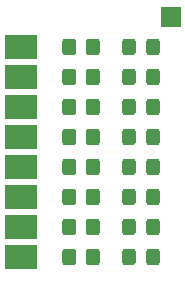
<source format=gbr>
%TF.GenerationSoftware,KiCad,Pcbnew,(5.1.8)-1*%
%TF.CreationDate,2023-01-12T00:20:28+03:00*%
%TF.ProjectId,LED8,4c454438-2e6b-4696-9361-645f70636258,rev?*%
%TF.SameCoordinates,Original*%
%TF.FileFunction,Soldermask,Top*%
%TF.FilePolarity,Negative*%
%FSLAX46Y46*%
G04 Gerber Fmt 4.6, Leading zero omitted, Abs format (unit mm)*
G04 Created by KiCad (PCBNEW (5.1.8)-1) date 2023-01-12 00:20:28*
%MOMM*%
%LPD*%
G01*
G04 APERTURE LIST*
%ADD10R,2.800000X2.100000*%
%ADD11R,1.700000X1.700000*%
G04 APERTURE END LIST*
%TO.C,D1*%
G36*
G01*
X75750000Y-24949999D02*
X75750000Y-25850001D01*
G75*
G02*
X75500001Y-26100000I-249999J0D01*
G01*
X74849999Y-26100000D01*
G75*
G02*
X74600000Y-25850001I0J249999D01*
G01*
X74600000Y-24949999D01*
G75*
G02*
X74849999Y-24700000I249999J0D01*
G01*
X75500001Y-24700000D01*
G75*
G02*
X75750000Y-24949999I0J-249999D01*
G01*
G37*
G36*
G01*
X77800000Y-24949999D02*
X77800000Y-25850001D01*
G75*
G02*
X77550001Y-26100000I-249999J0D01*
G01*
X76899999Y-26100000D01*
G75*
G02*
X76650000Y-25850001I0J249999D01*
G01*
X76650000Y-24949999D01*
G75*
G02*
X76899999Y-24700000I249999J0D01*
G01*
X77550001Y-24700000D01*
G75*
G02*
X77800000Y-24949999I0J-249999D01*
G01*
G37*
%TD*%
%TO.C,D2*%
G36*
G01*
X77800000Y-27489999D02*
X77800000Y-28390001D01*
G75*
G02*
X77550001Y-28640000I-249999J0D01*
G01*
X76899999Y-28640000D01*
G75*
G02*
X76650000Y-28390001I0J249999D01*
G01*
X76650000Y-27489999D01*
G75*
G02*
X76899999Y-27240000I249999J0D01*
G01*
X77550001Y-27240000D01*
G75*
G02*
X77800000Y-27489999I0J-249999D01*
G01*
G37*
G36*
G01*
X75750000Y-27489999D02*
X75750000Y-28390001D01*
G75*
G02*
X75500001Y-28640000I-249999J0D01*
G01*
X74849999Y-28640000D01*
G75*
G02*
X74600000Y-28390001I0J249999D01*
G01*
X74600000Y-27489999D01*
G75*
G02*
X74849999Y-27240000I249999J0D01*
G01*
X75500001Y-27240000D01*
G75*
G02*
X75750000Y-27489999I0J-249999D01*
G01*
G37*
%TD*%
%TO.C,D3*%
G36*
G01*
X75750000Y-30029999D02*
X75750000Y-30930001D01*
G75*
G02*
X75500001Y-31180000I-249999J0D01*
G01*
X74849999Y-31180000D01*
G75*
G02*
X74600000Y-30930001I0J249999D01*
G01*
X74600000Y-30029999D01*
G75*
G02*
X74849999Y-29780000I249999J0D01*
G01*
X75500001Y-29780000D01*
G75*
G02*
X75750000Y-30029999I0J-249999D01*
G01*
G37*
G36*
G01*
X77800000Y-30029999D02*
X77800000Y-30930001D01*
G75*
G02*
X77550001Y-31180000I-249999J0D01*
G01*
X76899999Y-31180000D01*
G75*
G02*
X76650000Y-30930001I0J249999D01*
G01*
X76650000Y-30029999D01*
G75*
G02*
X76899999Y-29780000I249999J0D01*
G01*
X77550001Y-29780000D01*
G75*
G02*
X77800000Y-30029999I0J-249999D01*
G01*
G37*
%TD*%
%TO.C,D4*%
G36*
G01*
X77800000Y-32569999D02*
X77800000Y-33470001D01*
G75*
G02*
X77550001Y-33720000I-249999J0D01*
G01*
X76899999Y-33720000D01*
G75*
G02*
X76650000Y-33470001I0J249999D01*
G01*
X76650000Y-32569999D01*
G75*
G02*
X76899999Y-32320000I249999J0D01*
G01*
X77550001Y-32320000D01*
G75*
G02*
X77800000Y-32569999I0J-249999D01*
G01*
G37*
G36*
G01*
X75750000Y-32569999D02*
X75750000Y-33470001D01*
G75*
G02*
X75500001Y-33720000I-249999J0D01*
G01*
X74849999Y-33720000D01*
G75*
G02*
X74600000Y-33470001I0J249999D01*
G01*
X74600000Y-32569999D01*
G75*
G02*
X74849999Y-32320000I249999J0D01*
G01*
X75500001Y-32320000D01*
G75*
G02*
X75750000Y-32569999I0J-249999D01*
G01*
G37*
%TD*%
%TO.C,D5*%
G36*
G01*
X77800000Y-35109999D02*
X77800000Y-36010001D01*
G75*
G02*
X77550001Y-36260000I-249999J0D01*
G01*
X76899999Y-36260000D01*
G75*
G02*
X76650000Y-36010001I0J249999D01*
G01*
X76650000Y-35109999D01*
G75*
G02*
X76899999Y-34860000I249999J0D01*
G01*
X77550001Y-34860000D01*
G75*
G02*
X77800000Y-35109999I0J-249999D01*
G01*
G37*
G36*
G01*
X75750000Y-35109999D02*
X75750000Y-36010001D01*
G75*
G02*
X75500001Y-36260000I-249999J0D01*
G01*
X74849999Y-36260000D01*
G75*
G02*
X74600000Y-36010001I0J249999D01*
G01*
X74600000Y-35109999D01*
G75*
G02*
X74849999Y-34860000I249999J0D01*
G01*
X75500001Y-34860000D01*
G75*
G02*
X75750000Y-35109999I0J-249999D01*
G01*
G37*
%TD*%
%TO.C,D6*%
G36*
G01*
X75750000Y-37649999D02*
X75750000Y-38550001D01*
G75*
G02*
X75500001Y-38800000I-249999J0D01*
G01*
X74849999Y-38800000D01*
G75*
G02*
X74600000Y-38550001I0J249999D01*
G01*
X74600000Y-37649999D01*
G75*
G02*
X74849999Y-37400000I249999J0D01*
G01*
X75500001Y-37400000D01*
G75*
G02*
X75750000Y-37649999I0J-249999D01*
G01*
G37*
G36*
G01*
X77800000Y-37649999D02*
X77800000Y-38550001D01*
G75*
G02*
X77550001Y-38800000I-249999J0D01*
G01*
X76899999Y-38800000D01*
G75*
G02*
X76650000Y-38550001I0J249999D01*
G01*
X76650000Y-37649999D01*
G75*
G02*
X76899999Y-37400000I249999J0D01*
G01*
X77550001Y-37400000D01*
G75*
G02*
X77800000Y-37649999I0J-249999D01*
G01*
G37*
%TD*%
%TO.C,D7*%
G36*
G01*
X77800000Y-40189999D02*
X77800000Y-41090001D01*
G75*
G02*
X77550001Y-41340000I-249999J0D01*
G01*
X76899999Y-41340000D01*
G75*
G02*
X76650000Y-41090001I0J249999D01*
G01*
X76650000Y-40189999D01*
G75*
G02*
X76899999Y-39940000I249999J0D01*
G01*
X77550001Y-39940000D01*
G75*
G02*
X77800000Y-40189999I0J-249999D01*
G01*
G37*
G36*
G01*
X75750000Y-40189999D02*
X75750000Y-41090001D01*
G75*
G02*
X75500001Y-41340000I-249999J0D01*
G01*
X74849999Y-41340000D01*
G75*
G02*
X74600000Y-41090001I0J249999D01*
G01*
X74600000Y-40189999D01*
G75*
G02*
X74849999Y-39940000I249999J0D01*
G01*
X75500001Y-39940000D01*
G75*
G02*
X75750000Y-40189999I0J-249999D01*
G01*
G37*
%TD*%
%TO.C,D8*%
G36*
G01*
X75750000Y-42729999D02*
X75750000Y-43630001D01*
G75*
G02*
X75500001Y-43880000I-249999J0D01*
G01*
X74849999Y-43880000D01*
G75*
G02*
X74600000Y-43630001I0J249999D01*
G01*
X74600000Y-42729999D01*
G75*
G02*
X74849999Y-42480000I249999J0D01*
G01*
X75500001Y-42480000D01*
G75*
G02*
X75750000Y-42729999I0J-249999D01*
G01*
G37*
G36*
G01*
X77800000Y-42729999D02*
X77800000Y-43630001D01*
G75*
G02*
X77550001Y-43880000I-249999J0D01*
G01*
X76899999Y-43880000D01*
G75*
G02*
X76650000Y-43630001I0J249999D01*
G01*
X76650000Y-42729999D01*
G75*
G02*
X76899999Y-42480000I249999J0D01*
G01*
X77550001Y-42480000D01*
G75*
G02*
X77800000Y-42729999I0J-249999D01*
G01*
G37*
%TD*%
D10*
%TO.C,D*%
X66040000Y-25400000D03*
X66040000Y-27940000D03*
X66040000Y-30480000D03*
X66040000Y-33020000D03*
X66040000Y-35560000D03*
X66040000Y-38100000D03*
X66040000Y-40640000D03*
X66040000Y-43180000D03*
%TD*%
D11*
%TO.C,Gnd*%
X78740000Y-22860000D03*
%TD*%
%TO.C,R1*%
G36*
G01*
X70720000Y-24949999D02*
X70720000Y-25850001D01*
G75*
G02*
X70470001Y-26100000I-249999J0D01*
G01*
X69769999Y-26100000D01*
G75*
G02*
X69520000Y-25850001I0J249999D01*
G01*
X69520000Y-24949999D01*
G75*
G02*
X69769999Y-24700000I249999J0D01*
G01*
X70470001Y-24700000D01*
G75*
G02*
X70720000Y-24949999I0J-249999D01*
G01*
G37*
G36*
G01*
X72720000Y-24949999D02*
X72720000Y-25850001D01*
G75*
G02*
X72470001Y-26100000I-249999J0D01*
G01*
X71769999Y-26100000D01*
G75*
G02*
X71520000Y-25850001I0J249999D01*
G01*
X71520000Y-24949999D01*
G75*
G02*
X71769999Y-24700000I249999J0D01*
G01*
X72470001Y-24700000D01*
G75*
G02*
X72720000Y-24949999I0J-249999D01*
G01*
G37*
%TD*%
%TO.C,R2*%
G36*
G01*
X70720000Y-27489999D02*
X70720000Y-28390001D01*
G75*
G02*
X70470001Y-28640000I-249999J0D01*
G01*
X69769999Y-28640000D01*
G75*
G02*
X69520000Y-28390001I0J249999D01*
G01*
X69520000Y-27489999D01*
G75*
G02*
X69769999Y-27240000I249999J0D01*
G01*
X70470001Y-27240000D01*
G75*
G02*
X70720000Y-27489999I0J-249999D01*
G01*
G37*
G36*
G01*
X72720000Y-27489999D02*
X72720000Y-28390001D01*
G75*
G02*
X72470001Y-28640000I-249999J0D01*
G01*
X71769999Y-28640000D01*
G75*
G02*
X71520000Y-28390001I0J249999D01*
G01*
X71520000Y-27489999D01*
G75*
G02*
X71769999Y-27240000I249999J0D01*
G01*
X72470001Y-27240000D01*
G75*
G02*
X72720000Y-27489999I0J-249999D01*
G01*
G37*
%TD*%
%TO.C,R3*%
G36*
G01*
X70720000Y-30029999D02*
X70720000Y-30930001D01*
G75*
G02*
X70470001Y-31180000I-249999J0D01*
G01*
X69769999Y-31180000D01*
G75*
G02*
X69520000Y-30930001I0J249999D01*
G01*
X69520000Y-30029999D01*
G75*
G02*
X69769999Y-29780000I249999J0D01*
G01*
X70470001Y-29780000D01*
G75*
G02*
X70720000Y-30029999I0J-249999D01*
G01*
G37*
G36*
G01*
X72720000Y-30029999D02*
X72720000Y-30930001D01*
G75*
G02*
X72470001Y-31180000I-249999J0D01*
G01*
X71769999Y-31180000D01*
G75*
G02*
X71520000Y-30930001I0J249999D01*
G01*
X71520000Y-30029999D01*
G75*
G02*
X71769999Y-29780000I249999J0D01*
G01*
X72470001Y-29780000D01*
G75*
G02*
X72720000Y-30029999I0J-249999D01*
G01*
G37*
%TD*%
%TO.C,R4*%
G36*
G01*
X72720000Y-32569999D02*
X72720000Y-33470001D01*
G75*
G02*
X72470001Y-33720000I-249999J0D01*
G01*
X71769999Y-33720000D01*
G75*
G02*
X71520000Y-33470001I0J249999D01*
G01*
X71520000Y-32569999D01*
G75*
G02*
X71769999Y-32320000I249999J0D01*
G01*
X72470001Y-32320000D01*
G75*
G02*
X72720000Y-32569999I0J-249999D01*
G01*
G37*
G36*
G01*
X70720000Y-32569999D02*
X70720000Y-33470001D01*
G75*
G02*
X70470001Y-33720000I-249999J0D01*
G01*
X69769999Y-33720000D01*
G75*
G02*
X69520000Y-33470001I0J249999D01*
G01*
X69520000Y-32569999D01*
G75*
G02*
X69769999Y-32320000I249999J0D01*
G01*
X70470001Y-32320000D01*
G75*
G02*
X70720000Y-32569999I0J-249999D01*
G01*
G37*
%TD*%
%TO.C,R5*%
G36*
G01*
X72720000Y-35109999D02*
X72720000Y-36010001D01*
G75*
G02*
X72470001Y-36260000I-249999J0D01*
G01*
X71769999Y-36260000D01*
G75*
G02*
X71520000Y-36010001I0J249999D01*
G01*
X71520000Y-35109999D01*
G75*
G02*
X71769999Y-34860000I249999J0D01*
G01*
X72470001Y-34860000D01*
G75*
G02*
X72720000Y-35109999I0J-249999D01*
G01*
G37*
G36*
G01*
X70720000Y-35109999D02*
X70720000Y-36010001D01*
G75*
G02*
X70470001Y-36260000I-249999J0D01*
G01*
X69769999Y-36260000D01*
G75*
G02*
X69520000Y-36010001I0J249999D01*
G01*
X69520000Y-35109999D01*
G75*
G02*
X69769999Y-34860000I249999J0D01*
G01*
X70470001Y-34860000D01*
G75*
G02*
X70720000Y-35109999I0J-249999D01*
G01*
G37*
%TD*%
%TO.C,R6*%
G36*
G01*
X70720000Y-37649999D02*
X70720000Y-38550001D01*
G75*
G02*
X70470001Y-38800000I-249999J0D01*
G01*
X69769999Y-38800000D01*
G75*
G02*
X69520000Y-38550001I0J249999D01*
G01*
X69520000Y-37649999D01*
G75*
G02*
X69769999Y-37400000I249999J0D01*
G01*
X70470001Y-37400000D01*
G75*
G02*
X70720000Y-37649999I0J-249999D01*
G01*
G37*
G36*
G01*
X72720000Y-37649999D02*
X72720000Y-38550001D01*
G75*
G02*
X72470001Y-38800000I-249999J0D01*
G01*
X71769999Y-38800000D01*
G75*
G02*
X71520000Y-38550001I0J249999D01*
G01*
X71520000Y-37649999D01*
G75*
G02*
X71769999Y-37400000I249999J0D01*
G01*
X72470001Y-37400000D01*
G75*
G02*
X72720000Y-37649999I0J-249999D01*
G01*
G37*
%TD*%
%TO.C,R7*%
G36*
G01*
X72720000Y-40189999D02*
X72720000Y-41090001D01*
G75*
G02*
X72470001Y-41340000I-249999J0D01*
G01*
X71769999Y-41340000D01*
G75*
G02*
X71520000Y-41090001I0J249999D01*
G01*
X71520000Y-40189999D01*
G75*
G02*
X71769999Y-39940000I249999J0D01*
G01*
X72470001Y-39940000D01*
G75*
G02*
X72720000Y-40189999I0J-249999D01*
G01*
G37*
G36*
G01*
X70720000Y-40189999D02*
X70720000Y-41090001D01*
G75*
G02*
X70470001Y-41340000I-249999J0D01*
G01*
X69769999Y-41340000D01*
G75*
G02*
X69520000Y-41090001I0J249999D01*
G01*
X69520000Y-40189999D01*
G75*
G02*
X69769999Y-39940000I249999J0D01*
G01*
X70470001Y-39940000D01*
G75*
G02*
X70720000Y-40189999I0J-249999D01*
G01*
G37*
%TD*%
%TO.C,R8*%
G36*
G01*
X72720000Y-42729999D02*
X72720000Y-43630001D01*
G75*
G02*
X72470001Y-43880000I-249999J0D01*
G01*
X71769999Y-43880000D01*
G75*
G02*
X71520000Y-43630001I0J249999D01*
G01*
X71520000Y-42729999D01*
G75*
G02*
X71769999Y-42480000I249999J0D01*
G01*
X72470001Y-42480000D01*
G75*
G02*
X72720000Y-42729999I0J-249999D01*
G01*
G37*
G36*
G01*
X70720000Y-42729999D02*
X70720000Y-43630001D01*
G75*
G02*
X70470001Y-43880000I-249999J0D01*
G01*
X69769999Y-43880000D01*
G75*
G02*
X69520000Y-43630001I0J249999D01*
G01*
X69520000Y-42729999D01*
G75*
G02*
X69769999Y-42480000I249999J0D01*
G01*
X70470001Y-42480000D01*
G75*
G02*
X70720000Y-42729999I0J-249999D01*
G01*
G37*
%TD*%
M02*

</source>
